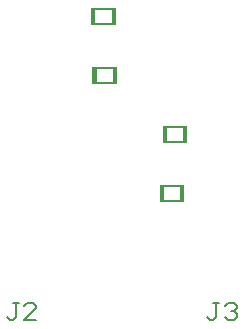
<source format=gbr>
G04*
G04 #@! TF.GenerationSoftware,Altium Limited,Altium Designer,24.6.1 (21)*
G04*
G04 Layer_Color=32768*
%FSLAX25Y25*%
%MOIN*%
G70*
G04*
G04 #@! TF.SameCoordinates,E7B071F1-E274-4D6C-8170-77C2E5B523DC*
G04*
G04*
G04 #@! TF.FilePolarity,Positive*
G04*
G01*
G75*
%ADD72C,0.00600*%
%ADD73C,0.00591*%
G36*
X266569Y72003D02*
Y77603D01*
X267969D01*
Y72003D01*
X266569D01*
D02*
G37*
G36*
X273369D02*
Y77603D01*
X274769D01*
Y72003D01*
X273369D01*
D02*
G37*
G36*
X267553Y91688D02*
Y97288D01*
X268953D01*
Y91688D01*
X267553D01*
D02*
G37*
G36*
X274354D02*
Y97288D01*
X275753D01*
Y91688D01*
X274354D01*
D02*
G37*
G36*
X245529Y116973D02*
Y111373D01*
X244128D01*
Y116973D01*
X245529D01*
D02*
G37*
G36*
X252328D02*
Y111373D01*
X250928D01*
Y116973D01*
X252328D01*
D02*
G37*
G36*
X245134Y136658D02*
Y131058D01*
X243735D01*
Y136658D01*
X245134D01*
D02*
G37*
G36*
X251935D02*
Y131058D01*
X250535D01*
Y136658D01*
X251935D01*
D02*
G37*
D72*
X267869Y72303D02*
X273469D01*
X267869Y77303D02*
X273469D01*
X268853Y91988D02*
X274453D01*
X268853Y96988D02*
X274453D01*
X245428Y116673D02*
X251028D01*
X245428Y111673D02*
X251028D01*
X245035Y136358D02*
X250635D01*
X245035Y131358D02*
X250635D01*
D73*
X286418Y38385D02*
X284450D01*
X285434D01*
Y33465D01*
X284450Y32481D01*
X283466D01*
X282482Y33465D01*
X288386Y37401D02*
X289370Y38385D01*
X291337D01*
X292321Y37401D01*
Y36417D01*
X291337Y35433D01*
X290353D01*
X291337D01*
X292321Y34449D01*
Y33465D01*
X291337Y32481D01*
X289370D01*
X288386Y33465D01*
X219489Y38385D02*
X217521D01*
X218505D01*
Y33465D01*
X217521Y32481D01*
X216537D01*
X215553Y33465D01*
X225392Y32481D02*
X221456D01*
X225392Y36417D01*
Y37401D01*
X224408Y38385D01*
X222440D01*
X221456Y37401D01*
M02*

</source>
